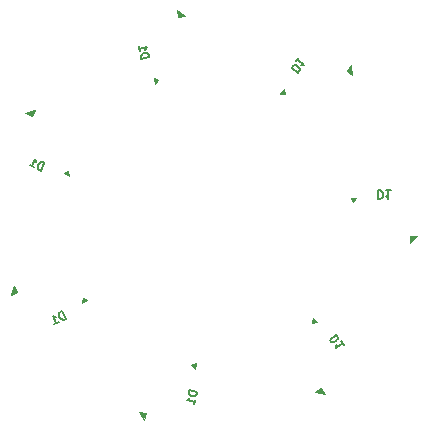
<source format=gbr>
%TF.GenerationSoftware,KiCad,Pcbnew,9.0.1*%
%TF.CreationDate,2025-06-15T22:50:49-06:00*%
%TF.ProjectId,AuraCTRL PCB,41757261-4354-4524-9c20-5043422e6b69,rev?*%
%TF.SameCoordinates,Original*%
%TF.FileFunction,Legend,Bot*%
%TF.FilePolarity,Positive*%
%FSLAX46Y46*%
G04 Gerber Fmt 4.6, Leading zero omitted, Abs format (unit mm)*
G04 Created by KiCad (PCBNEW 9.0.1) date 2025-06-15 22:50:49*
%MOMM*%
%LPD*%
G01*
G04 APERTURE LIST*
%ADD10C,0.150000*%
%ADD11C,0.100000*%
%ADD12C,0.120000*%
G04 APERTURE END LIST*
D10*
X42369825Y-113429014D02*
X43052275Y-113273252D01*
X43052275Y-113273252D02*
X43015189Y-113110763D01*
X43015189Y-113110763D02*
X42960439Y-113020688D01*
X42960439Y-113020688D02*
X42880610Y-112970527D01*
X42880610Y-112970527D02*
X42808197Y-112952864D01*
X42808197Y-112952864D02*
X42670789Y-112950036D01*
X42670789Y-112950036D02*
X42573297Y-112972288D01*
X42573297Y-112972288D02*
X42450723Y-113034454D01*
X42450723Y-113034454D02*
X42393145Y-113081786D01*
X42393145Y-113081786D02*
X42342985Y-113161616D01*
X42342985Y-113161616D02*
X42332739Y-113266526D01*
X42332739Y-113266526D02*
X42369825Y-113429014D01*
X42132472Y-112389091D02*
X42221480Y-112779062D01*
X42176976Y-112584076D02*
X42859426Y-112428314D01*
X42859426Y-112428314D02*
X42776768Y-112515561D01*
X42776768Y-112515561D02*
X42726607Y-112595390D01*
X42726607Y-112595390D02*
X42708944Y-112667803D01*
X33858472Y-122898189D02*
X34162198Y-122267514D01*
X34162198Y-122267514D02*
X34012038Y-122195199D01*
X34012038Y-122195199D02*
X33907478Y-122181841D01*
X33907478Y-122181841D02*
X33818488Y-122212979D01*
X33818488Y-122212979D02*
X33759529Y-122258580D01*
X33759529Y-122258580D02*
X33671644Y-122364246D01*
X33671644Y-122364246D02*
X33628255Y-122454342D01*
X33628255Y-122454342D02*
X33600434Y-122588934D01*
X33600434Y-122588934D02*
X33601540Y-122663461D01*
X33601540Y-122663461D02*
X33632678Y-122752451D01*
X33632678Y-122752451D02*
X33708311Y-122825873D01*
X33708311Y-122825873D02*
X33858472Y-122898189D01*
X32897444Y-122435368D02*
X33257829Y-122608926D01*
X33077637Y-122522147D02*
X33381363Y-121891472D01*
X33381363Y-121891472D02*
X33398038Y-122010495D01*
X33398038Y-122010495D02*
X33429176Y-122099485D01*
X33429176Y-122099485D02*
X33474777Y-122158444D01*
X55079843Y-114179530D02*
X55627128Y-114615969D01*
X55627128Y-114615969D02*
X55731042Y-114485663D01*
X55731042Y-114485663D02*
X55767330Y-114386697D01*
X55767330Y-114386697D02*
X55756773Y-114293009D01*
X55756773Y-114293009D02*
X55725433Y-114225382D01*
X55725433Y-114225382D02*
X55641971Y-114116189D01*
X55641971Y-114116189D02*
X55563787Y-114053841D01*
X55563787Y-114053841D02*
X55438760Y-113996771D01*
X55438760Y-113996771D02*
X55365855Y-113981267D01*
X55365855Y-113981267D02*
X55272167Y-113991823D01*
X55272167Y-113991823D02*
X55183757Y-114049224D01*
X55183757Y-114049224D02*
X55079843Y-114179530D01*
X55744893Y-113345572D02*
X55495499Y-113658306D01*
X55620196Y-113501939D02*
X56167481Y-113938378D01*
X56167481Y-113938378D02*
X56047732Y-113928152D01*
X56047732Y-113928152D02*
X55954044Y-113938708D01*
X55954044Y-113938708D02*
X55886417Y-113970048D01*
X58857743Y-136808844D02*
X58310465Y-137245292D01*
X58310465Y-137245292D02*
X58414382Y-137375596D01*
X58414382Y-137375596D02*
X58502792Y-137432995D01*
X58502792Y-137432995D02*
X58596481Y-137443551D01*
X58596481Y-137443551D02*
X58669385Y-137428045D01*
X58669385Y-137428045D02*
X58794412Y-137370973D01*
X58794412Y-137370973D02*
X58872595Y-137308623D01*
X58872595Y-137308623D02*
X58956055Y-137199429D01*
X58956055Y-137199429D02*
X58987393Y-137131802D01*
X58987393Y-137131802D02*
X58997948Y-137038114D01*
X58997948Y-137038114D02*
X58961659Y-136939148D01*
X58961659Y-136939148D02*
X58857743Y-136808844D01*
X59522807Y-137642791D02*
X59273408Y-137330061D01*
X59398108Y-137486426D02*
X58850830Y-137922874D01*
X58850830Y-137922874D02*
X58887446Y-137808402D01*
X58887446Y-137808402D02*
X58898001Y-137714714D01*
X58898001Y-137714714D02*
X58882496Y-137641809D01*
X35955074Y-135456562D02*
X35651359Y-134825882D01*
X35651359Y-134825882D02*
X35501197Y-134898195D01*
X35501197Y-134898195D02*
X35425562Y-134971615D01*
X35425562Y-134971615D02*
X35394423Y-135060605D01*
X35394423Y-135060605D02*
X35393316Y-135135133D01*
X35393316Y-135135133D02*
X35421134Y-135269725D01*
X35421134Y-135269725D02*
X35464522Y-135359822D01*
X35464522Y-135359822D02*
X35552405Y-135465489D01*
X35552405Y-135465489D02*
X35611363Y-135511091D01*
X35611363Y-135511091D02*
X35700353Y-135542230D01*
X35700353Y-135542230D02*
X35804912Y-135528875D01*
X35804912Y-135528875D02*
X35955074Y-135456562D01*
X34994038Y-135919366D02*
X35354427Y-135745814D01*
X35174233Y-135832590D02*
X34870517Y-135201911D01*
X34870517Y-135201911D02*
X34973970Y-135263082D01*
X34973970Y-135263082D02*
X35062960Y-135294222D01*
X35062960Y-135294222D02*
X35137487Y-135295329D01*
X62417657Y-124584540D02*
X62417657Y-125284540D01*
X62417657Y-125284540D02*
X62584324Y-125284540D01*
X62584324Y-125284540D02*
X62684324Y-125251207D01*
X62684324Y-125251207D02*
X62750991Y-125184540D01*
X62750991Y-125184540D02*
X62784324Y-125117874D01*
X62784324Y-125117874D02*
X62817657Y-124984540D01*
X62817657Y-124984540D02*
X62817657Y-124884540D01*
X62817657Y-124884540D02*
X62784324Y-124751207D01*
X62784324Y-124751207D02*
X62750991Y-124684540D01*
X62750991Y-124684540D02*
X62684324Y-124617874D01*
X62684324Y-124617874D02*
X62584324Y-124584540D01*
X62584324Y-124584540D02*
X62417657Y-124584540D01*
X63484324Y-124584540D02*
X63084324Y-124584540D01*
X63284324Y-124584540D02*
X63284324Y-125284540D01*
X63284324Y-125284540D02*
X63217657Y-125184540D01*
X63217657Y-125184540D02*
X63150991Y-125117874D01*
X63150991Y-125117874D02*
X63084324Y-125084540D01*
X47080804Y-141647378D02*
X46398354Y-141491615D01*
X46398354Y-141491615D02*
X46361268Y-141654103D01*
X46361268Y-141654103D02*
X46371514Y-141759013D01*
X46371514Y-141759013D02*
X46421674Y-141838843D01*
X46421674Y-141838843D02*
X46479252Y-141886175D01*
X46479252Y-141886175D02*
X46601825Y-141948342D01*
X46601825Y-141948342D02*
X46699318Y-141970594D01*
X46699318Y-141970594D02*
X46836726Y-141967765D01*
X46836726Y-141967765D02*
X46909139Y-141950102D01*
X46909139Y-141950102D02*
X46988968Y-141899942D01*
X46988968Y-141899942D02*
X47043718Y-141809866D01*
X47043718Y-141809866D02*
X47080804Y-141647378D01*
X46843451Y-142687302D02*
X46932459Y-142297330D01*
X46887955Y-142492316D02*
X46205505Y-142336553D01*
X46205505Y-142336553D02*
X46317832Y-142293810D01*
X46317832Y-142293810D02*
X46397662Y-142243649D01*
X46397662Y-142243649D02*
X46444994Y-142186071D01*
D11*
%TO.C,D1*%
X46070634Y-109797810D02*
X45485678Y-109931321D01*
X45352166Y-109346365D01*
X46070634Y-109797810D01*
G36*
X46070634Y-109797810D02*
G01*
X45485678Y-109931321D01*
X45352166Y-109346365D01*
X46070634Y-109797810D01*
G37*
D12*
X43781620Y-115264209D02*
X43513298Y-115571623D01*
X43406490Y-115103658D01*
X43781620Y-115264209D01*
G36*
X43781620Y-115264209D02*
G01*
X43513298Y-115571623D01*
X43406490Y-115103658D01*
X43781620Y-115264209D01*
G37*
D11*
X33066612Y-118281335D02*
X32526036Y-118020998D01*
X33326949Y-117740757D01*
X33066612Y-118281335D01*
G36*
X33066612Y-118281335D02*
G01*
X32526036Y-118020998D01*
X33326949Y-117740757D01*
X33066612Y-118281335D01*
G37*
D12*
X36246569Y-123340106D02*
X35814107Y-123131836D01*
X36173523Y-122938653D01*
X36246569Y-123340106D01*
G36*
X36246569Y-123340106D02*
G01*
X35814107Y-123131836D01*
X36173523Y-122938653D01*
X36246569Y-123340106D01*
G37*
D11*
X60226257Y-114808869D02*
X59757155Y-114434779D01*
X60131246Y-113965677D01*
X60226257Y-114808869D01*
G36*
X60226257Y-114808869D02*
G01*
X59757155Y-114434779D01*
X60131246Y-113965677D01*
X60226257Y-114808869D01*
G37*
D12*
X54525293Y-116427547D02*
X54117651Y-116409438D01*
X54416923Y-116034156D01*
X54525293Y-116427547D01*
G36*
X54525293Y-116427547D02*
G01*
X54117651Y-116409438D01*
X54416923Y-116034156D01*
X54525293Y-116427547D01*
G37*
D11*
X57942206Y-141781184D02*
X57099012Y-141686187D01*
X57568107Y-141312089D01*
X57942206Y-141781184D01*
G36*
X57942206Y-141781184D02*
G01*
X57099012Y-141686187D01*
X57568107Y-141312089D01*
X57942206Y-141781184D01*
G37*
D12*
X57197129Y-135749854D02*
X56789486Y-135767971D01*
X56897851Y-135374577D01*
X57197129Y-135749854D01*
G36*
X57197129Y-135749854D02*
G01*
X56789486Y-135767971D01*
X56897851Y-135374577D01*
X57197129Y-135749854D01*
G37*
D11*
X31851739Y-133197132D02*
X31311156Y-133457459D01*
X31591411Y-132656549D01*
X31851739Y-133197132D01*
G36*
X31851739Y-133197132D02*
G01*
X31311156Y-133457459D01*
X31591411Y-132656549D01*
X31851739Y-133197132D01*
G37*
D12*
X37789520Y-133864988D02*
X37357054Y-134073251D01*
X37430107Y-133671799D01*
X37789520Y-133864988D01*
G36*
X37789520Y-133864988D02*
G01*
X37357054Y-134073251D01*
X37430107Y-133671799D01*
X37789520Y-133864988D01*
G37*
D11*
X65134324Y-129000574D02*
X65134324Y-128400574D01*
X65734324Y-128400574D01*
X65134324Y-129000574D01*
G36*
X65134324Y-129000574D02*
G01*
X65134324Y-128400574D01*
X65734324Y-128400574D01*
X65134324Y-129000574D01*
G37*
D12*
X60314324Y-125552574D02*
X60074324Y-125222574D01*
X60554324Y-125222574D01*
X60314324Y-125552574D01*
G36*
X60314324Y-125552574D02*
G01*
X60074324Y-125222574D01*
X60554324Y-125222574D01*
X60314324Y-125552574D01*
G37*
D11*
X42755936Y-143446796D02*
X42622425Y-144031753D01*
X42170979Y-143313285D01*
X42755936Y-143446796D01*
G36*
X42755936Y-143446796D02*
G01*
X42622425Y-144031753D01*
X42170979Y-143313285D01*
X42755936Y-143446796D01*
G37*
D12*
X46873394Y-139688787D02*
X46605072Y-139381373D01*
X46980203Y-139220821D01*
X46873394Y-139688787D01*
G36*
X46873394Y-139688787D02*
G01*
X46605072Y-139381373D01*
X46980203Y-139220821D01*
X46873394Y-139688787D01*
G37*
%TD*%
M02*

</source>
